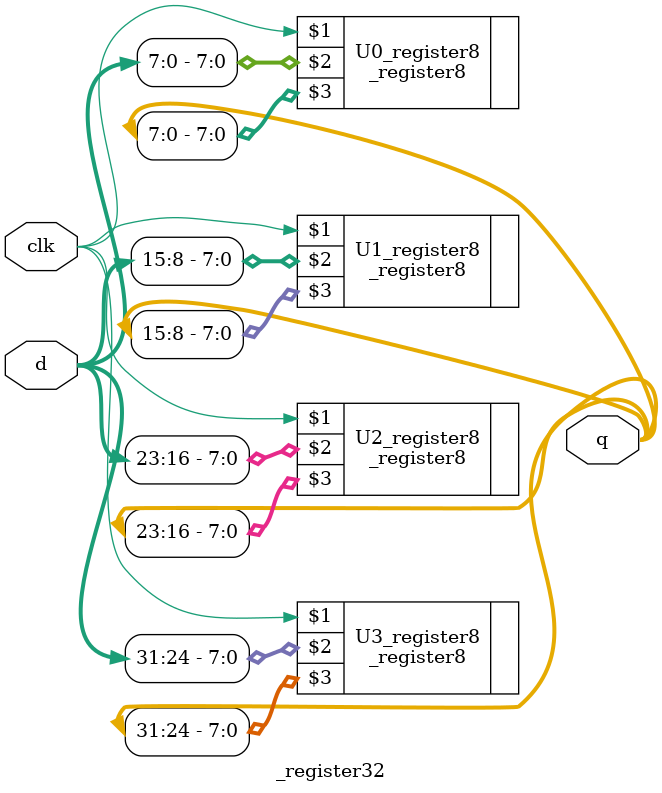
<source format=v>
module _register32 (clk, d, q); //32-bits register module
	input					clk;
	input		[31:0]	d;
	output	[31:0]	q;
	
	//struct 32-bits register module
	_register8	U0_register8	(clk, d[7:0], q[7:0]);
	_register8	U1_register8	(clk, d[15:8], q[15:8]);
	_register8	U2_register8	(clk, d[23:16], q[23:16]);
	_register8	U3_register8	(clk, d[31:24], q[31:24]);
endmodule 
</source>
